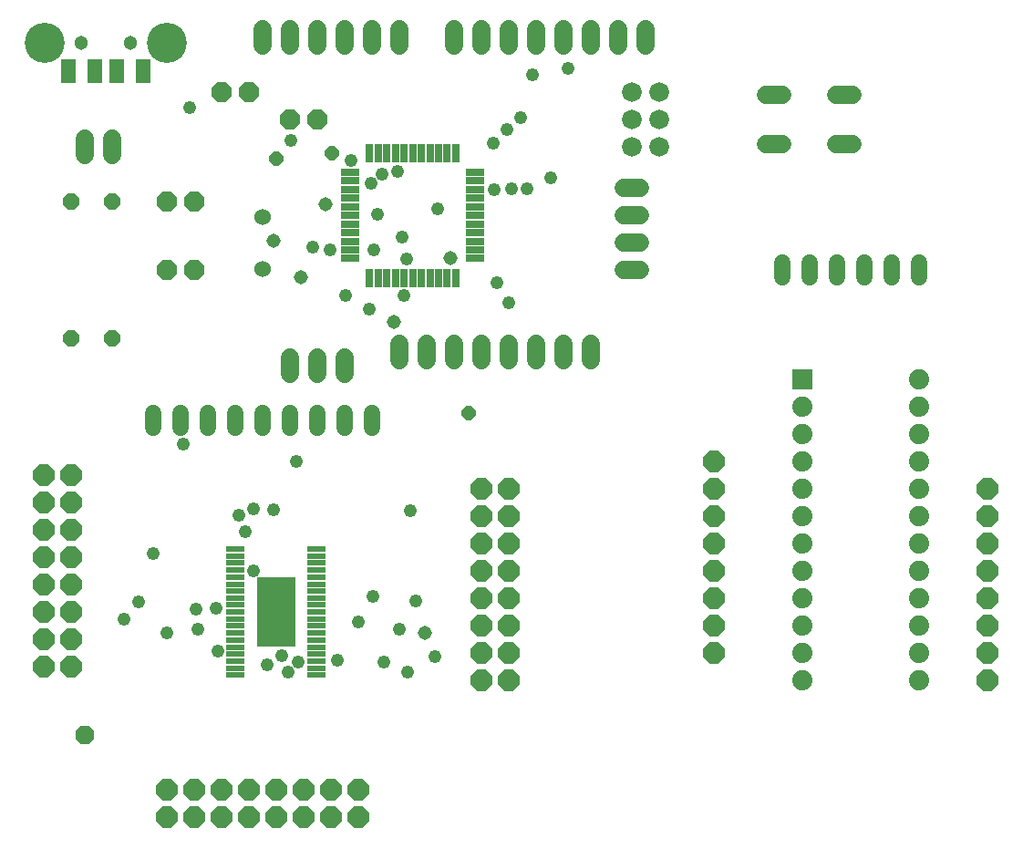
<source format=gts>
G75*
%MOIN*%
%OFA0B0*%
%FSLAX25Y25*%
%IPPOS*%
%LPD*%
%AMOC8*
5,1,8,0,0,1.08239X$1,22.5*
%
%ADD10OC8,0.07800*%
%ADD11OC8,0.07100*%
%ADD12C,0.06000*%
%ADD13C,0.06800*%
%ADD14OC8,0.06800*%
%ADD15C,0.07200*%
%ADD16C,0.06000*%
%ADD17OC8,0.06000*%
%ADD18R,0.06706X0.02769*%
%ADD19R,0.02769X0.06706*%
%ADD20R,0.14100X0.25800*%
%ADD21R,0.06600X0.02200*%
%ADD22R,0.07400X0.07400*%
%ADD23C,0.07400*%
%ADD24C,0.14643*%
%ADD25R,0.05524X0.08674*%
%ADD26C,0.05131*%
%ADD27C,0.04800*%
%ADD28C,0.05156*%
%ADD29OC8,0.05156*%
D10*
X0071800Y0016800D03*
X0081800Y0016800D03*
X0081800Y0026800D03*
X0071800Y0026800D03*
X0091800Y0026800D03*
X0101800Y0026800D03*
X0101800Y0016800D03*
X0091800Y0016800D03*
X0111800Y0016800D03*
X0121800Y0016800D03*
X0121800Y0026800D03*
X0111800Y0026800D03*
X0131800Y0026800D03*
X0141800Y0026800D03*
X0141800Y0016800D03*
X0131800Y0016800D03*
X0186800Y0066800D03*
X0186800Y0076800D03*
X0186800Y0086800D03*
X0186800Y0096800D03*
X0186800Y0106800D03*
X0186800Y0116800D03*
X0186800Y0126800D03*
X0186800Y0136800D03*
X0196800Y0136800D03*
X0196800Y0126800D03*
X0196800Y0116800D03*
X0196800Y0106800D03*
X0196800Y0096800D03*
X0196800Y0086800D03*
X0196800Y0076800D03*
X0196800Y0066800D03*
X0271800Y0076800D03*
X0271800Y0086800D03*
X0271800Y0096800D03*
X0271800Y0106800D03*
X0271800Y0116800D03*
X0271800Y0126800D03*
X0271800Y0136800D03*
X0271800Y0146800D03*
X0371800Y0136800D03*
X0371800Y0126800D03*
X0371800Y0116800D03*
X0371800Y0106800D03*
X0371800Y0096800D03*
X0371800Y0086800D03*
X0371800Y0076800D03*
X0371800Y0066800D03*
X0036800Y0071800D03*
X0036800Y0081800D03*
X0036800Y0091800D03*
X0036800Y0101800D03*
X0036800Y0111800D03*
X0036800Y0121800D03*
X0036800Y0131800D03*
X0036800Y0141800D03*
X0026800Y0141800D03*
X0026800Y0131800D03*
X0026800Y0121800D03*
X0026800Y0111800D03*
X0026800Y0101800D03*
X0026800Y0091800D03*
X0026800Y0081800D03*
X0026800Y0071800D03*
D11*
X0071800Y0216800D03*
X0081800Y0216800D03*
X0081800Y0241800D03*
X0071800Y0241800D03*
X0091800Y0281800D03*
X0101800Y0281800D03*
X0116800Y0271800D03*
X0126800Y0271800D03*
D12*
X0126800Y0164400D02*
X0126800Y0159200D01*
X0116800Y0159200D02*
X0116800Y0164400D01*
X0106800Y0164400D02*
X0106800Y0159200D01*
X0096800Y0159200D02*
X0096800Y0164400D01*
X0086800Y0164400D02*
X0086800Y0159200D01*
X0076800Y0159200D02*
X0076800Y0164400D01*
X0066800Y0164400D02*
X0066800Y0159200D01*
X0136800Y0159200D02*
X0136800Y0164400D01*
X0146800Y0164400D02*
X0146800Y0159200D01*
X0296800Y0214200D02*
X0296800Y0219400D01*
X0306800Y0219400D02*
X0306800Y0214200D01*
X0316800Y0214200D02*
X0316800Y0219400D01*
X0326800Y0219400D02*
X0326800Y0214200D01*
X0336800Y0214200D02*
X0336800Y0219400D01*
X0346800Y0219400D02*
X0346800Y0214200D01*
D13*
X0322600Y0262900D02*
X0316600Y0262900D01*
X0316600Y0280700D02*
X0322600Y0280700D01*
X0297000Y0280700D02*
X0291000Y0280700D01*
X0291000Y0262900D02*
X0297000Y0262900D01*
X0244800Y0246800D02*
X0238800Y0246800D01*
X0238800Y0236800D02*
X0244800Y0236800D01*
X0244800Y0226800D02*
X0238800Y0226800D01*
X0238800Y0216800D02*
X0244800Y0216800D01*
X0226800Y0189800D02*
X0226800Y0183800D01*
X0216800Y0183800D02*
X0216800Y0189800D01*
X0206800Y0189800D02*
X0206800Y0183800D01*
X0196800Y0183800D02*
X0196800Y0189800D01*
X0186800Y0189800D02*
X0186800Y0183800D01*
X0176800Y0183800D02*
X0176800Y0189800D01*
X0166800Y0189800D02*
X0166800Y0183800D01*
X0156800Y0183800D02*
X0156800Y0189800D01*
X0136800Y0184800D02*
X0136800Y0178800D01*
X0126800Y0178800D02*
X0126800Y0184800D01*
X0116800Y0184800D02*
X0116800Y0178800D01*
X0051800Y0258800D02*
X0051800Y0264800D01*
X0041800Y0264800D02*
X0041800Y0258800D01*
X0106800Y0298800D02*
X0106800Y0304800D01*
X0116800Y0304800D02*
X0116800Y0298800D01*
X0126800Y0298800D02*
X0126800Y0304800D01*
X0136800Y0304800D02*
X0136800Y0298800D01*
X0146800Y0298800D02*
X0146800Y0304800D01*
X0156800Y0304800D02*
X0156800Y0298800D01*
X0176800Y0298800D02*
X0176800Y0304800D01*
X0186800Y0304800D02*
X0186800Y0298800D01*
X0196800Y0298800D02*
X0196800Y0304800D01*
X0206800Y0304800D02*
X0206800Y0298800D01*
X0216800Y0298800D02*
X0216800Y0304800D01*
X0226800Y0304800D02*
X0226800Y0298800D01*
X0236800Y0298800D02*
X0236800Y0304800D01*
X0246800Y0304800D02*
X0246800Y0298800D01*
D14*
X0041800Y0046800D03*
D15*
X0241800Y0261800D03*
X0241800Y0271800D03*
X0241800Y0281800D03*
X0251800Y0281800D03*
X0251800Y0271800D03*
X0251800Y0261800D03*
D16*
X0106800Y0236300D03*
X0106800Y0217300D03*
D17*
X0051800Y0241800D03*
X0036800Y0241800D03*
X0036800Y0191800D03*
X0051800Y0191800D03*
D18*
X0138965Y0221052D03*
X0138965Y0224202D03*
X0138965Y0227351D03*
X0138965Y0230501D03*
X0138965Y0233650D03*
X0138965Y0236800D03*
X0138965Y0239950D03*
X0138965Y0243099D03*
X0138965Y0246249D03*
X0138965Y0249398D03*
X0138965Y0252548D03*
X0184635Y0252548D03*
X0184635Y0249398D03*
X0184635Y0246249D03*
X0184635Y0243099D03*
X0184635Y0239950D03*
X0184635Y0236800D03*
X0184635Y0233650D03*
X0184635Y0230501D03*
X0184635Y0227351D03*
X0184635Y0224202D03*
X0184635Y0221052D03*
D19*
X0177548Y0213965D03*
X0174398Y0213965D03*
X0171249Y0213965D03*
X0168099Y0213965D03*
X0164950Y0213965D03*
X0161800Y0213965D03*
X0158650Y0213965D03*
X0155501Y0213965D03*
X0152351Y0213965D03*
X0149202Y0213965D03*
X0146052Y0213965D03*
X0146052Y0259635D03*
X0149202Y0259635D03*
X0152351Y0259635D03*
X0155501Y0259635D03*
X0158650Y0259635D03*
X0161800Y0259635D03*
X0164950Y0259635D03*
X0168099Y0259635D03*
X0171249Y0259635D03*
X0174398Y0259635D03*
X0177548Y0259635D03*
D20*
X0111800Y0091800D03*
D21*
X0126700Y0091800D03*
X0126700Y0089200D03*
X0126700Y0086700D03*
X0126700Y0084100D03*
X0126700Y0081600D03*
X0126700Y0079000D03*
X0126700Y0076400D03*
X0126700Y0073900D03*
X0126700Y0071300D03*
X0126700Y0068800D03*
X0126700Y0094400D03*
X0126700Y0096900D03*
X0126700Y0099500D03*
X0126700Y0102000D03*
X0126700Y0104600D03*
X0126700Y0107200D03*
X0126700Y0109700D03*
X0126700Y0112300D03*
X0126700Y0114800D03*
X0096900Y0114800D03*
X0096900Y0112300D03*
X0096900Y0109700D03*
X0096900Y0107200D03*
X0096900Y0104600D03*
X0096900Y0102000D03*
X0096900Y0099500D03*
X0096900Y0096900D03*
X0096900Y0094400D03*
X0096900Y0091800D03*
X0096900Y0089200D03*
X0096900Y0086700D03*
X0096900Y0084100D03*
X0096900Y0081600D03*
X0096900Y0079000D03*
X0096900Y0076400D03*
X0096900Y0073900D03*
X0096900Y0071300D03*
X0096900Y0068800D03*
D22*
X0304300Y0176800D03*
D23*
X0304300Y0166800D03*
X0304300Y0156800D03*
X0304300Y0146800D03*
X0304300Y0136800D03*
X0304300Y0126800D03*
X0304300Y0116800D03*
X0304300Y0106800D03*
X0304300Y0096800D03*
X0304300Y0086800D03*
X0304300Y0076800D03*
X0304300Y0066800D03*
X0346800Y0066800D03*
X0346800Y0076800D03*
X0346800Y0086800D03*
X0346800Y0096800D03*
X0346800Y0106800D03*
X0346800Y0116800D03*
X0346800Y0126800D03*
X0346800Y0136800D03*
X0346800Y0146800D03*
X0346800Y0156800D03*
X0346800Y0166800D03*
X0346800Y0176800D03*
D24*
X0072041Y0299800D03*
X0027159Y0299800D03*
D25*
X0035820Y0289564D03*
X0045663Y0289564D03*
X0053537Y0289564D03*
X0063380Y0289564D03*
D26*
X0058458Y0299800D03*
X0040742Y0299800D03*
D27*
X0080200Y0276125D03*
X0117425Y0264300D03*
X0139100Y0257000D03*
X0146725Y0248575D03*
X0150550Y0251850D03*
X0156150Y0252875D03*
X0148925Y0237325D03*
X0158025Y0228825D03*
X0159650Y0220925D03*
X0147725Y0224275D03*
X0131625Y0224300D03*
X0125225Y0225300D03*
X0137425Y0207425D03*
X0145950Y0202475D03*
X0158675Y0207425D03*
X0170900Y0239300D03*
X0191575Y0246175D03*
X0197775Y0246375D03*
X0203575Y0246375D03*
X0212400Y0250625D03*
X0196175Y0268050D03*
X0201375Y0272450D03*
X0191175Y0263050D03*
X0205750Y0288150D03*
X0218675Y0290550D03*
X0192650Y0212150D03*
X0196800Y0204925D03*
X0119300Y0146800D03*
X0110900Y0129225D03*
X0103500Y0129425D03*
X0098300Y0127200D03*
X0100550Y0121175D03*
X0103650Y0106800D03*
X0089950Y0093050D03*
X0082700Y0092850D03*
X0083150Y0085550D03*
X0071800Y0084150D03*
X0061450Y0095550D03*
X0056200Y0089100D03*
X0066850Y0113050D03*
X0090550Y0077425D03*
X0108450Y0072675D03*
X0113850Y0075925D03*
X0116200Y0069925D03*
X0119950Y0073675D03*
X0134250Y0074075D03*
X0142050Y0088050D03*
X0147200Y0097550D03*
X0156975Y0085575D03*
X0162775Y0095975D03*
X0169975Y0075675D03*
X0160025Y0069725D03*
X0151425Y0073475D03*
X0161025Y0128975D03*
X0078050Y0153050D03*
D28*
X0120800Y0214200D03*
X0110800Y0227600D03*
X0129800Y0241000D03*
X0155000Y0198000D03*
X0175600Y0221200D03*
X0166200Y0084200D03*
D29*
X0182400Y0164600D03*
X0111800Y0257600D03*
X0132200Y0259600D03*
M02*

</source>
